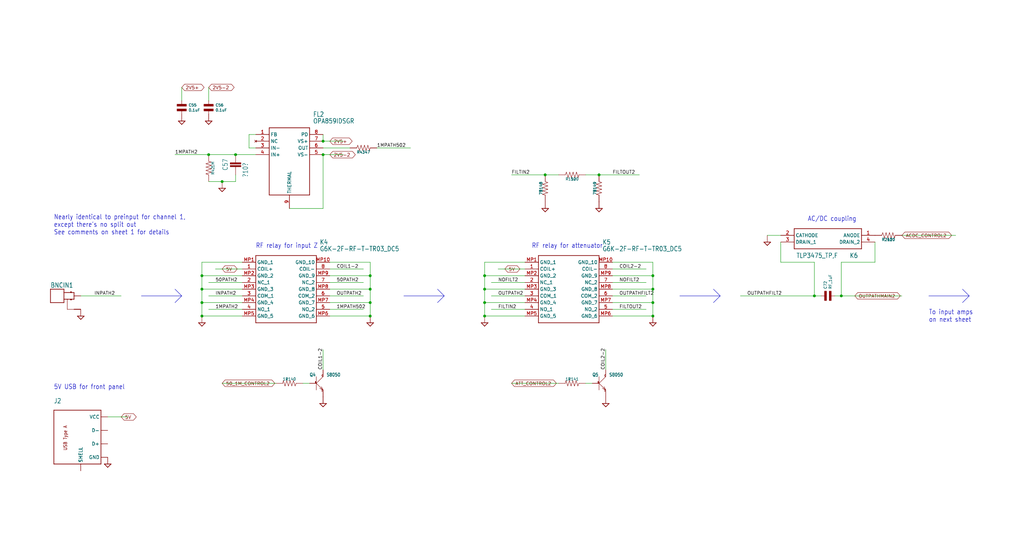
<source format=kicad_sch>
(kicad_sch (version 20231120) (generator "eeschema") (generator_version "8.0")
  (paper "User" 386.436 210.007)
  (lib_symbols
    (symbol "haasoscope_pro_adc_fpga_board-eagle-import:C-EUC0805"
      (property "Reference" "C" (at 1.524 0.381 0))
      (symbol "C-EUC0805_1_0"
        (rectangle (start -2.032 -2.032) (end 2.032 -1.524) (fill (type outline)))
        (rectangle (start -2.032 -1.016) (end 2.032 -0.508) (fill (type outline)))
        (polyline (pts (xy 0 -2.54) (xy 0 -2.032)) (stroke (width 0.1524)))
        (polyline (pts (xy 0 0) (xy 0 -0.508)) (stroke (width 0.1524)))
        (pin passive line (at 0 2.54 270) (length 2.54) (name "1") (number "1"))
        (pin passive line (at 0 -5.08 90) (length 2.54) (name "2") (number "2"))
      )
    )
    (symbol "haasoscope_pro_adc_fpga_board-eagle-import:CAPACITOR_NP_0402"
      (property "Reference" "C" (at 2.54 1.524 0))
      (symbol "CAPACITOR_NP_0402_1_0"
        (rectangle (start -1.778 -1.27) (end 1.778 -0.508) (fill (type outline)))
        (rectangle (start -1.778 0.508) (end 1.778 1.27) (fill (type outline)))
        (polyline (pts (xy 0 -2.54) (xy 0 -1.016)) (stroke (width 0.1524)))
        (polyline (pts (xy 0 2.54) (xy 0 1.016)) (stroke (width 0.1524)))
        (pin passive line (at 0 2.54 270) (length 0) (name "P$1") (number "P$1"))
        (pin passive line (at 0 -2.54 90) (length 0) (name "P$2") (number "P$2"))
      )
    )
    (symbol "haasoscope_pro_adc_fpga_board-eagle-import:G6K-2F-RF-T-TR03_DC5"
      (property "Reference" "K" (at 29.21 7.62 0))
      (symbol "G6K-2F-RF-T-TR03_DC5_1_0"
        (polyline (pts (xy 5.08 2.54) (xy 5.08 -22.86)) (stroke (width 0.254)))
        (polyline (pts (xy 5.08 2.54) (xy 27.94 2.54)) (stroke (width 0.254)))
        (polyline (pts (xy 27.94 -22.86) (xy 5.08 -22.86)) (stroke (width 0.254)))
        (polyline (pts (xy 27.94 -22.86) (xy 27.94 2.54)) (stroke (width 0.254)))
        (pin bidirectional line (at 0 -2.54 0) (length 5.08) (name "COIL+") (number "1"))
        (pin bidirectional line (at 0 -7.62 0) (length 5.08) (name "NC_1") (number "2"))
        (pin bidirectional line (at 0 -12.7 0) (length 5.08) (name "COM_1") (number "3"))
        (pin bidirectional line (at 0 -17.78 0) (length 5.08) (name "NO_1") (number "4"))
        (pin bidirectional line (at 33.02 -17.78 180) (length 5.08) (name "NO_2") (number "5"))
        (pin bidirectional line (at 33.02 -12.7 180) (length 5.08) (name "COM_2") (number "6"))
        (pin bidirectional line (at 33.02 -7.62 180) (length 5.08) (name "NC_2") (number "7"))
        (pin bidirectional line (at 33.02 -2.54 180) (length 5.08) (name "COIL-") (number "8"))
        (pin bidirectional line (at 0 0 0) (length 5.08) (name "GND_1") (number "MP1"))
        (pin bidirectional line (at 33.02 0 180) (length 5.08) (name "GND_10") (number "MP10"))
        (pin bidirectional line (at 0 -5.08 0) (length 5.08) (name "GND_2") (number "MP2"))
        (pin bidirectional line (at 0 -10.16 0) (length 5.08) (name "GND_3") (number "MP3"))
        (pin bidirectional line (at 0 -15.24 0) (length 5.08) (name "GND_4") (number "MP4"))
        (pin bidirectional line (at 0 -20.32 0) (length 5.08) (name "GND_5") (number "MP5"))
        (pin bidirectional line (at 33.02 -20.32 180) (length 5.08) (name "GND_6") (number "MP6"))
        (pin bidirectional line (at 33.02 -15.24 180) (length 5.08) (name "GND_7") (number "MP7"))
        (pin bidirectional line (at 33.02 -10.16 180) (length 5.08) (name "GND_8") (number "MP8"))
        (pin bidirectional line (at 33.02 -5.08 180) (length 5.08) (name "GND_9") (number "MP9"))
      )
    )
    (symbol "haasoscope_pro_adc_fpga_board-eagle-import:MF_Passives_RESISTOR_0402"
      (property "Reference" "R" (at 2.54 1.524 0))
      (symbol "MF_Passives_RESISTOR_0402_1_0"
        (polyline (pts (xy -1.016 -2.286) (xy 0 -2.54)) (stroke (width 0.1524)))
        (polyline (pts (xy -1.016 -1.016) (xy 1.016 -1.651)) (stroke (width 0.1524)))
        (polyline (pts (xy -1.016 0.254) (xy 1.016 -0.381)) (stroke (width 0.1524)))
        (polyline (pts (xy -1.016 1.524) (xy 1.016 0.889)) (stroke (width 0.1524)))
        (polyline (pts (xy 0 2.54) (xy 1.016 2.159)) (stroke (width 0.1524)))
        (polyline (pts (xy 1.016 -1.651) (xy -1.016 -2.286)) (stroke (width 0.1524)))
        (polyline (pts (xy 1.016 -0.381) (xy -1.016 -1.016)) (stroke (width 0.1524)))
        (polyline (pts (xy 1.016 0.889) (xy -1.016 0.254)) (stroke (width 0.1524)))
        (polyline (pts (xy 1.016 2.159) (xy -1.016 1.524)) (stroke (width 0.1524)))
        (pin passive line (at 0 5.08 270) (length 2.54) (name "P$1") (number "P$1"))
        (pin passive line (at 0 -5.08 90) (length 2.54) (name "P$2") (number "P$2"))
      )
    )
    (symbol "haasoscope_pro_adc_fpga_board-eagle-import:MOLEX_BNC_73100-0105"
      (property "Reference" "J" (at -3.81 3.048 0))
      (symbol "MOLEX_BNC_73100-0105_1_0"
        (polyline (pts (xy -3.81 -2.54) (xy 1.27 -2.54)) (stroke (width 0.254)))
        (polyline (pts (xy -3.81 2.54) (xy -3.81 -2.54)) (stroke (width 0.254)))
        (polyline (pts (xy 1.27 -2.54) (xy 1.27 -1.27)) (stroke (width 0.254)))
        (polyline (pts (xy 1.27 -1.27) (xy 2.54 -1.27)) (stroke (width 0.254)))
        (polyline (pts (xy 1.27 1.27) (xy 1.27 -1.27)) (stroke (width 0.254)))
        (polyline (pts (xy 1.27 1.27) (xy 1.27 2.54)) (stroke (width 0.254)))
        (polyline (pts (xy 1.27 2.54) (xy -3.81 2.54)) (stroke (width 0.254)))
        (polyline (pts (xy 2.54 -5.08) (xy 2.54 -1.27)) (stroke (width 0.1524)))
        (polyline (pts (xy 2.54 -1.27) (xy 3.81 -1.27)) (stroke (width 0.254)))
        (polyline (pts (xy 3.81 -1.524) (xy 4.064 -1.524)) (stroke (width 0.254)))
        (polyline (pts (xy 3.81 -1.27) (xy 3.81 -1.524)) (stroke (width 0.254)))
        (polyline (pts (xy 3.81 -1.27) (xy 4.064 -1.27)) (stroke (width 0.254)))
        (polyline (pts (xy 3.81 1.27) (xy 1.27 1.27)) (stroke (width 0.254)))
        (polyline (pts (xy 3.81 1.27) (xy 3.81 1.524)) (stroke (width 0.254)))
        (polyline (pts (xy 3.81 1.524) (xy 4.064 1.524)) (stroke (width 0.254)))
        (polyline (pts (xy 4.064 -1.524) (xy 4.064 -1.27)) (stroke (width 0.254)))
        (polyline (pts (xy 4.064 -1.27) (xy 5.08 -1.27)) (stroke (width 0.254)))
        (polyline (pts (xy 4.064 1.27) (xy 3.81 1.27)) (stroke (width 0.254)))
        (polyline (pts (xy 4.064 1.524) (xy 4.064 1.27)) (stroke (width 0.254)))
        (polyline (pts (xy 5.08 -5.08) (xy 2.54 -5.08)) (stroke (width 0.1524)))
        (polyline (pts (xy 5.08 -1.27) (xy 5.08 1.27)) (stroke (width 0.254)))
        (polyline (pts (xy 5.08 1.27) (xy 4.064 1.27)) (stroke (width 0.254)))
        (pin bidirectional line (at 7.62 -5.08 180) (length 2.54) (name "GND") (number "GND1"))
        (pin bidirectional line (at 7.62 -5.08 180) (length 2.54) (name "GND") (number "GND2"))
        (pin bidirectional line (at 7.62 0 180) (length 2.54) (name "SIGNAL") (number "SIGNAL"))
      )
    )
    (symbol "haasoscope_pro_adc_fpga_board-eagle-import:OPA859IDSGR"
      (property "Reference" "FL" (at 21.59 7.62 0))
      (symbol "OPA859IDSGR_1_0"
        (polyline (pts (xy 5.08 2.54) (xy 5.08 -22.86)) (stroke (width 0.254)))
        (polyline (pts (xy 5.08 2.54) (xy 20.32 2.54)) (stroke (width 0.254)))
        (polyline (pts (xy 20.32 -22.86) (xy 5.08 -22.86)) (stroke (width 0.254)))
        (polyline (pts (xy 20.32 -22.86) (xy 20.32 2.54)) (stroke (width 0.254)))
        (pin input line (at 0 0 0) (length 5.08) (name "FB") (number "1"))
        (pin no_connect line (at 0 -2.54 0) (length 5.08) (name "NC") (number "2"))
        (pin input line (at 0 -5.08 0) (length 5.08) (name "IN-") (number "3"))
        (pin input line (at 0 -7.62 0) (length 5.08) (name "IN+") (number "4"))
        (pin power_in line (at 25.4 -7.62 180) (length 5.08) (name "VS-") (number "5"))
        (pin output line (at 25.4 -5.08 180) (length 5.08) (name "OUT") (number "6"))
        (pin power_in line (at 25.4 -2.54 180) (length 5.08) (name "VS+") (number "7"))
        (pin input line (at 25.4 0 180) (length 5.08) (name "PD") (number "8"))
        (pin bidirectional line (at 12.7 -27.94 90) (length 5.08) (name "THERMAL") (number "9"))
      )
    )
    (symbol "haasoscope_pro_adc_fpga_board-eagle-import:SMD-TRANSISTORS-NPN-25V-500MW-S8050(SOT-23)"
      (property "Reference" "Q" (at -2.54 2.54 0))
      (symbol "SMD-TRANSISTORS-NPN-25V-500MW-S8050(SOT-23)_1_0"
        (polyline (pts (xy 0 -2.54) (xy 0 0)) (stroke (width 0.1524)))
        (polyline (pts (xy 0 0) (xy 0 2.54)) (stroke (width 0.1524)))
        (polyline (pts (xy 0 0) (xy 2.54 -2.54)) (stroke (width 0.1524)))
        (polyline (pts (xy 0 0) (xy 2.54 2.54)) (stroke (width 0.1524)))
        (polyline (pts (xy 2.54 -2.54) (xy 1.27 -1.905)) (stroke (width 0.1524)))
        (polyline (pts (xy 2.54 -2.54) (xy 1.905 -1.27)) (stroke (width 0.1524)))
        (text "B" (at -0.635 0 0) (effects (font (size 0.635 0.5397)) (justify left bottom)))
        (text "C" (at 1.905 2.54 0) (effects (font (size 0.635 0.5397)) (justify left bottom)))
        (text "E" (at 1.905 -3.175 0) (effects (font (size 0.635 0.5397)) (justify left bottom)))
        (pin passive line (at -2.54 0 0) (length 2.54) (name "B") (number "1"))
        (pin passive line (at 2.54 -5.08 90) (length 2.54) (name "E") (number "2"))
        (pin passive line (at 2.54 5.08 270) (length 2.54) (name "C") (number "3"))
      )
    )
    (symbol "haasoscope_pro_adc_fpga_board-eagle-import:TLP3475_TP,F"
      (property "Reference" "K" (at 31.75 7.62 0))
      (symbol "TLP3475_TP,F_1_0"
        (polyline (pts (xy 5.08 2.54) (xy 5.08 -5.08)) (stroke (width 0.254)))
        (polyline (pts (xy 5.08 2.54) (xy 30.48 2.54)) (stroke (width 0.254)))
        (polyline (pts (xy 30.48 -5.08) (xy 5.08 -5.08)) (stroke (width 0.254)))
        (polyline (pts (xy 30.48 -5.08) (xy 30.48 2.54)) (stroke (width 0.254)))
        (pin bidirectional line (at 0 -2.54 0) (length 5.08) (name "ANODE") (number "1"))
        (pin bidirectional line (at 35.56 -2.54 180) (length 5.08) (name "CATHODE") (number "2"))
        (pin bidirectional line (at 35.56 0 180) (length 5.08) (name "DRAIN_1") (number "3"))
        (pin bidirectional line (at 0 0 0) (length 5.08) (name "DRAIN_2") (number "4"))
      )
    )
    (symbol "haasoscope_pro_adc_fpga_board-eagle-import:USB-TYPE-ATHT-RA"
      (symbol "USB-TYPE-ATHT-RA_1_0"
        (polyline (pts (xy -12.7 -10.16) (xy 5.08 -10.16)) (stroke (width 0.254)))
        (polyline (pts (xy -12.7 10.16) (xy -12.7 -10.16)) (stroke (width 0.254)))
        (polyline (pts (xy 5.08 -10.16) (xy 5.08 10.16)) (stroke (width 0.254)))
        (polyline (pts (xy 5.08 10.16) (xy -12.7 10.16)) (stroke (width 0.254)))
        (text "USB Type A" (at -7.62 -5.08 900) (effects (font (size 1.27 1.0795)) (justify left bottom)))
        (pin power_in line (at 7.62 7.62 180) (length 2.54) (name "VCC") (number "P$1"))
        (pin bidirectional line (at 7.62 2.54 180) (length 2.54) (name "D-") (number "P$2"))
        (pin bidirectional line (at 7.62 -2.54 180) (length 2.54) (name "D+") (number "P$3"))
        (pin power_in line (at 7.62 -7.62 180) (length 2.54) (name "GND") (number "P$4"))
        (pin bidirectional line (at -2.54 -12.7 90) (length 2.54) (name "SHELL") (number "S$1"))
        (pin bidirectional line (at -2.54 -12.7 90) (length 2.54) (name "SHELL") (number "S$2"))
      )
    )
    (symbol "haasoscope_pro_adc_fpga_board-eagle-import:supply2_GND" (power)
      (symbol "supply2_GND_1_0"
        (polyline (pts (xy -1.27 0) (xy 1.27 0)) (stroke (width 0.254)))
        (polyline (pts (xy 0 -1.27) (xy -1.27 0)) (stroke (width 0.254)))
        (polyline (pts (xy 1.27 0) (xy 0 -1.27)) (stroke (width 0.254)))
        (pin power_in line (at 0 2.54 270) (length 2.54) (name "GND") (number "1"))
      )
    )
  )
  (junction (at 83.82 68.58))
  (junction (at 139.7 104.14))
  (junction (at 139.7 109.22))
  (junction (at 76.2 104.14))
  (junction (at 121.92 58.42))
  (junction (at 246.38 104.14))
  (junction (at 182.88 114.3))
  (junction (at 205.74 66.04))
  (junction (at 76.2 119.38))
  (junction (at 307.34 111.76))
  (junction (at 246.38 114.3))
  (junction (at 139.7 119.38))
  (junction (at 246.38 109.22))
  (junction (at 226.06 66.04))
  (junction (at 246.38 119.38))
  (junction (at 78.74 58.42))
  (junction (at 182.88 109.22))
  (junction (at 76.2 109.22))
  (junction (at 88.9 58.42))
  (junction (at 121.92 53.34))
  (junction (at 317.5 111.76))
  (junction (at 182.88 119.38))
  (junction (at 182.88 104.14))
  (junction (at 139.7 114.3))
  (junction (at 76.2 114.3))
  (wire (pts (xy 182.88 114.3) (xy 182.88 109.22)) (stroke (width 0.1524)))
  (polyline (pts (xy 68.58 111.76) (xy 66.04 114.3)) (stroke (width 0.1524) (type solid)))
  (wire (pts (xy 78.74 58.42) (xy 88.9 58.42)) (stroke (width 0.1524)))
  (polyline (pts (xy 53.34 111.76) (xy 68.58 111.76)) (stroke (width 0.1524) (type solid)))
  (wire (pts (xy 124.46 106.68) (xy 137.16 106.68)) (stroke (width 0.1524)))
  (polyline (pts (xy 256.54 111.76) (xy 271.78 111.76)) (stroke (width 0.1524) (type solid)))
  (wire (pts (xy 231.14 119.38) (xy 246.38 119.38)) (stroke (width 0.1524)))
  (wire (pts (xy 246.38 104.14) (xy 246.38 99.06)) (stroke (width 0.1524)))
  (wire (pts (xy 121.92 53.34) (xy 129.54 53.34)) (stroke (width 0.1524)))
  (wire (pts (xy 76.2 99.06) (xy 76.2 104.14)) (stroke (width 0.1524)))
  (wire (pts (xy 76.2 119.38) (xy 76.2 114.3)) (stroke (width 0.1524)))
  (wire (pts (xy 289.56 88.9) (xy 294.64 88.9)) (stroke (width 0.1524)))
  (wire (pts (xy 246.38 99.06) (xy 231.14 99.06)) (stroke (width 0.1524)))
  (wire (pts (xy 109.22 78.74) (xy 121.92 78.74)) (stroke (width 0.1524)))
  (wire (pts (xy 330.2 99.06) (xy 330.2 91.44)) (stroke (width 0.1524)))
  (wire (pts (xy 91.44 106.68) (xy 78.74 106.68)) (stroke (width 0.1524)))
  (wire (pts (xy 307.34 111.76) (xy 279.4 111.76)) (stroke (width 0.1524)))
  (wire (pts (xy 129.54 58.42) (xy 121.92 58.42)) (stroke (width 0.1524)))
  (wire (pts (xy 198.12 116.84) (xy 185.42 116.84)) (stroke (width 0.1524)))
  (wire (pts (xy 30.48 111.76) (xy 45.72 111.76)) (stroke (width 0.1524)))
  (wire (pts (xy 182.88 104.14) (xy 182.88 109.22)) (stroke (width 0.1524)))
  (polyline (pts (xy 66.04 109.22) (xy 68.58 111.76)) (stroke (width 0.1524) (type solid)))
  (polyline (pts (xy 363.22 109.22) (xy 365.76 111.76)) (stroke (width 0.1524) (type solid)))
  (wire (pts (xy 307.34 99.06) (xy 294.64 99.06)) (stroke (width 0.1524)))
  (wire (pts (xy 76.2 104.14) (xy 76.2 109.22)) (stroke (width 0.1524)))
  (wire (pts (xy 307.34 111.76) (xy 307.34 99.06)) (stroke (width 0.1524)))
  (wire (pts (xy 124.46 101.6) (xy 137.16 101.6)) (stroke (width 0.1524)))
  (polyline (pts (xy 152.4 111.76) (xy 167.64 111.76)) (stroke (width 0.1524) (type solid)))
  (wire (pts (xy 198.12 101.6) (xy 187.96 101.6)) (stroke (width 0.1524)))
  (wire (pts (xy 294.64 91.44) (xy 294.64 99.06)) (stroke (width 0.1524)))
  (wire (pts (xy 198.12 106.68) (xy 185.42 106.68)) (stroke (width 0.1524)))
  (wire (pts (xy 231.14 106.68) (xy 243.84 106.68)) (stroke (width 0.1524)))
  (polyline (pts (xy 165.1 109.22) (xy 167.64 111.76)) (stroke (width 0.1524) (type solid)))
  (wire (pts (xy 93.98 55.88) (xy 96.52 55.88)) (stroke (width 0.1524)))
  (wire (pts (xy 210.82 66.04) (xy 205.74 66.04)) (stroke (width 0.1524)))
  (wire (pts (xy 228.6 139.7) (xy 228.6 132.08)) (stroke (width 0.1524)))
  (wire (pts (xy 124.46 109.22) (xy 139.7 109.22)) (stroke (width 0.1524)))
  (wire (pts (xy 124.46 116.84) (xy 137.16 116.84)) (stroke (width 0.1524)))
  (polyline (pts (xy 271.78 111.76) (xy 269.24 114.3)) (stroke (width 0.1524) (type solid)))
  (wire (pts (xy 76.2 119.38) (xy 91.44 119.38)) (stroke (width 0.1524)))
  (wire (pts (xy 231.14 109.22) (xy 246.38 109.22)) (stroke (width 0.1524)))
  (wire (pts (xy 139.7 99.06) (xy 124.46 99.06)) (stroke (width 0.1524)))
  (wire (pts (xy 76.2 114.3) (xy 91.44 114.3)) (stroke (width 0.1524)))
  (polyline (pts (xy 350.52 111.76) (xy 365.76 111.76)) (stroke (width 0.1524) (type solid)))
  (wire (pts (xy 104.14 144.78) (xy 83.82 144.78)) (stroke (width 0.1524)))
  (wire (pts (xy 124.46 114.3) (xy 139.7 114.3)) (stroke (width 0.1524)))
  (polyline (pts (xy 365.76 111.76) (xy 363.22 114.3)) (stroke (width 0.1524) (type solid)))
  (wire (pts (xy 205.74 66.04) (xy 193.04 66.04)) (stroke (width 0.1524)))
  (wire (pts (xy 246.38 109.22) (xy 246.38 104.14)) (stroke (width 0.1524)))
  (wire (pts (xy 78.74 38.1) (xy 78.74 33.02)) (stroke (width 0.1524)))
  (wire (pts (xy 231.14 111.76) (xy 243.84 111.76)) (stroke (width 0.1524)))
  (wire (pts (xy 91.44 111.76) (xy 78.74 111.76)) (stroke (width 0.1524)))
  (wire (pts (xy 210.82 144.78) (xy 193.04 144.78)) (stroke (width 0.1524)))
  (wire (pts (xy 91.44 104.14) (xy 76.2 104.14)) (stroke (width 0.1524)))
  (wire (pts (xy 231.14 101.6) (xy 243.84 101.6)) (stroke (width 0.1524)))
  (wire (pts (xy 40.64 157.48) (xy 48.26 157.48)) (stroke (width 0.1524)))
  (wire (pts (xy 226.06 66.04) (xy 241.3 66.04)) (stroke (width 0.1524)))
  (wire (pts (xy 231.14 116.84) (xy 243.84 116.84)) (stroke (width 0.1524)))
  (wire (pts (xy 182.88 109.22) (xy 198.12 109.22)) (stroke (width 0.1524)))
  (wire (pts (xy 246.38 109.22) (xy 246.38 114.3)) (stroke (width 0.1524)))
  (polyline (pts (xy 167.64 111.76) (xy 165.1 114.3)) (stroke (width 0.1524) (type solid)))
  (wire (pts (xy 139.7 109.22) (xy 139.7 104.14)) (stroke (width 0.1524)))
  (polyline (pts (xy 269.24 109.22) (xy 271.78 111.76)) (stroke (width 0.1524) (type solid)))
  (wire (pts (xy 88.9 66.04) (xy 88.9 68.58)) (stroke (width 0.1524)))
  (wire (pts (xy 220.98 144.78) (xy 223.52 144.78)) (stroke (width 0.1524)))
  (wire (pts (xy 246.38 114.3) (xy 246.38 119.38)) (stroke (width 0.1524)))
  (wire (pts (xy 121.92 50.8) (xy 121.92 53.34)) (stroke (width 0.1524)))
  (wire (pts (xy 182.88 119.38) (xy 198.12 119.38)) (stroke (width 0.1524)))
  (wire (pts (xy 121.92 139.7) (xy 121.92 132.08)) (stroke (width 0.1524)))
  (wire (pts (xy 182.88 99.06) (xy 182.88 104.14)) (stroke (width 0.1524)))
  (wire (pts (xy 198.12 111.76) (xy 185.42 111.76)) (stroke (width 0.1524)))
  (wire (pts (xy 91.44 116.84) (xy 78.74 116.84)) (stroke (width 0.1524)))
  (wire (pts (xy 114.3 144.78) (xy 116.84 144.78)) (stroke (width 0.1524)))
  (wire (pts (xy 88.9 68.58) (xy 83.82 68.58)) (stroke (width 0.1524)))
  (wire (pts (xy 139.7 104.14) (xy 124.46 104.14)) (stroke (width 0.1524)))
  (wire (pts (xy 124.46 119.38) (xy 139.7 119.38)) (stroke (width 0.1524)))
  (wire (pts (xy 231.14 114.3) (xy 246.38 114.3)) (stroke (width 0.1524)))
  (wire (pts (xy 182.88 119.38) (xy 182.88 114.3)) (stroke (width 0.1524)))
  (wire (pts (xy 76.2 114.3) (xy 76.2 109.22)) (stroke (width 0.1524)))
  (wire (pts (xy 76.2 109.22) (xy 91.44 109.22)) (stroke (width 0.1524)))
  (wire (pts (xy 66.04 58.42) (xy 78.74 58.42)) (stroke (width 0.1524)))
  (wire (pts (xy 121.92 55.88) (xy 132.08 55.88)) (stroke (width 0.1524)))
  (wire (pts (xy 139.7 109.22) (xy 139.7 114.3)) (stroke (width 0.1524)))
  (wire (pts (xy 124.46 111.76) (xy 137.16 111.76)) (stroke (width 0.1524)))
  (wire (pts (xy 198.12 104.14) (xy 182.88 104.14)) (stroke (width 0.1524)))
  (wire (pts (xy 96.52 58.42) (xy 88.9 58.42)) (stroke (width 0.1524)))
  (wire (pts (xy 142.24 55.88) (xy 154.94 55.88)) (stroke (width 0.1524)))
  (wire (pts (xy 182.88 114.3) (xy 198.12 114.3)) (stroke (width 0.1524)))
  (wire (pts (xy 91.44 99.06) (xy 76.2 99.06)) (stroke (width 0.1524)))
  (wire (pts (xy 83.82 68.58) (xy 78.74 68.58)) (stroke (width 0.1524)))
  (wire (pts (xy 139.7 104.14) (xy 139.7 99.06)) (stroke (width 0.1524)))
  (wire (pts (xy 198.12 99.06) (xy 182.88 99.06)) (stroke (width 0.1524)))
  (wire (pts (xy 314.96 111.76) (xy 317.5 111.76)) (stroke (width 0.1524)))
  (wire (pts (xy 139.7 114.3) (xy 139.7 119.38)) (stroke (width 0.1524)))
  (wire (pts (xy 309.88 111.76) (xy 307.34 111.76)) (stroke (width 0.1524)))
  (wire (pts (xy 121.92 78.74) (xy 121.92 58.42)) (stroke (width 0.1524)))
  (wire (pts (xy 91.44 101.6) (xy 81.28 101.6)) (stroke (width 0.1524)))
  (wire (pts (xy 317.5 111.76) (xy 317.5 99.06)) (stroke (width 0.1524)))
  (wire (pts (xy 68.58 38.1) (xy 68.58 33.02)) (stroke (width 0.1524)))
  (wire (pts (xy 96.52 50.8) (xy 93.98 50.8)) (stroke (width 0.1524)))
  (wire (pts (xy 317.5 111.76) (xy 340.36 111.76)) (stroke (width 0.1524)))
  (wire (pts (xy 246.38 104.14) (xy 231.14 104.14)) (stroke (width 0.1524)))
  (wire (pts (xy 220.98 66.04) (xy 226.06 66.04)) (stroke (width 0.1524)))
  (wire (pts (xy 317.5 99.06) (xy 330.2 99.06)) (stroke (width 0.1524)))
  (wire (pts (xy 360.68 88.9) (xy 340.36 88.9)) (stroke (width 0.1524)))
  (wire (pts (xy 93.98 50.8) (xy 93.98 55.88)) (stroke (width 0.1524)))
  (text "RF relay for input Z" (at 96.52 93.98 0) (effects (font (size 1.778 1.5113)) (justify left bottom)))
  (text "5V USB for front panel" (at 20.32 147.32 0) (effects (font (size 1.778 1.5113)) (justify left bottom)))
  (text "Nearly identical to preinput for channel 1,\nexcept there's no split out\nSee comments on sheet 1 for details" (at 20.32 88.9 0) (effects (font (size 1.778 1.5113)) (justify left bottom)))
  (text "AC/DC coupling" (at 304.8 83.82 0) (effects (font (size 1.778 1.5113)) (justify left bottom)))
  (text "RF relay for attenuator" (at 200.66 93.98 0) (effects (font (size 1.778 1.5113)) (justify left bottom)))
  (text "To input amps\non next sheet" (at 350.52 121.92 0) (effects (font (size 1.778 1.5113)) (justify left bottom)))
  (label "OUTPATHFILT2" (at 233.68 111.76 0) (effects (font (size 1.2446 1.2446))))
  (label "INPATH2" (at 81.28 111.76 0) (effects (font (size 1.2446 1.2446))))
  (label "50PATH2" (at 81.28 106.68 0) (effects (font (size 1.2446 1.2446))))
  (label "FILTOUT2" (at 233.68 116.84 0) (effects (font (size 1.2446 1.2446))))
  (label "NOFILT2" (at 233.68 106.68 0) (effects (font (size 1.2446 1.2446))))
  (label "FILTOUT2" (at 231.14 66.04 0) (effects (font (size 1.2446 1.2446))))
  (label "1MPATH2" (at 81.28 116.84 0) (effects (font (size 1.2446 1.2446))))
  (label "INPATH2" (at 35.56 111.76 0) (effects (font (size 1.2446 1.2446))))
  (label "OUTPATH2" (at 187.96 111.76 0) (effects (font (size 1.2446 1.2446))))
  (label "FILTIN2" (at 193.04 66.04 0) (effects (font (size 1.2446 1.2446))))
  (label "1MPATH502" (at 127 116.84 0) (effects (font (size 1.2446 1.2446))))
  (label "NOFILT2" (at 187.96 106.68 0) (effects (font (size 1.2446 1.2446))))
  (label "FILTIN2" (at 187.96 116.84 0) (effects (font (size 1.2446 1.2446))))
  (label "COIL2-2" (at 233.68 101.6 0) (effects (font (size 1.2446 1.2446))))
  (label "1MPATH502" (at 142.24 55.88 0) (effects (font (size 1.2446 1.2446))))
  (label "COIL2-2" (at 228.6 139.7 90) (effects (font (size 1.2446 1.2446))))
  (label "50PATH2" (at 127 106.68 0) (effects (font (size 1.2446 1.2446))))
  (label "OUTPATHFILT2" (at 281.94 111.76 0) (effects (font (size 1.2446 1.2446))))
  (label "COIL1-2" (at 127 101.6 0) (effects (font (size 1.2446 1.2446))))
  (label "COIL1-2" (at 121.92 139.7 90) (effects (font (size 1.2446 1.2446))))
  (label "OUTPATH2" (at 127 111.76 0) (effects (font (size 1.2446 1.2446))))
  (label "1MPATH2" (at 66.04 58.42 0) (effects (font (size 1.2446 1.2446))))
  (global_label "2V5-2" (shape bidirectional) (at 124.46 58.42 0) (effects (font (size 1.2446 1.2446))) (property "Intersheetrefs" "${INTERSHEET_REFS}" (effects (hide yes))))
  (global_label "5V" (shape bidirectional) (at 45.72 157.48 0) (effects (font (size 1.2446 1.2446))) (property "Intersheetrefs" "${INTERSHEET_REFS}" (effects (hide yes))))
  (global_label "ATT_CONTROL2" (shape bidirectional) (at 193.04 144.78 0) (effects (font (size 1.2446 1.2446))) (property "Intersheetrefs" "${INTERSHEET_REFS}" (effects (hide yes))))
  (global_label "OUTPATHMAIN2" (shape bidirectional) (at 322.58 111.76 0) (effects (font (size 1.2446 1.2446))) (property "Intersheetrefs" "${INTERSHEET_REFS}" (effects (hide yes))))
  (global_label "ACDC_CONTROL2" (shape bidirectional) (at 340.36 88.9 0) (effects (font (size 1.2446 1.2446))) (property "Intersheetrefs" "${INTERSHEET_REFS}" (effects (hide yes))))
  (global_label "2V5+" (shape bidirectional) (at 124.46 53.34 0) (effects (font (size 1.2446 1.2446))) (property "Intersheetrefs" "${INTERSHEET_REFS}" (effects (hide yes))))
  (global_label "2V5+" (shape bidirectional) (at 68.58 33.02 0) (effects (font (size 1.2446 1.2446))) (property "Intersheetrefs" "${INTERSHEET_REFS}" (effects (hide yes))))
  (global_label "50_1M_CONTROL2" (shape bidirectional) (at 83.82 144.78 0) (effects (font (size 1.2446 1.2446))) (property "Intersheetrefs" "${INTERSHEET_REFS}" (effects (hide yes))))
  (global_label "5V" (shape bidirectional) (at 190.5 101.6 0) (effects (font (size 1.2446 1.2446))) (property "Intersheetrefs" "${INTERSHEET_REFS}" (effects (hide yes))))
  (global_label "2V5-2" (shape bidirectional) (at 78.74 33.02 0) (effects (font (size 1.2446 1.2446))) (property "Intersheetrefs" "${INTERSHEET_REFS}" (effects (hide yes))))
  (global_label "5V" (shape bidirectional) (at 83.82 101.6 0) (effects (font (size 1.2446 1.2446))) (property "Intersheetrefs" "${INTERSHEET_REFS}" (effects (hide yes))))
  (symbol (lib_id "haasoscope_pro_adc_fpga_board-eagle-import:supply2_GND") (at 78.74 45.72 0) (unit 1)
    (property "Reference" "#SUPPLY026" (effects (hide yes)))
    (property "Value" "GND" (effects (hide yes)))
  )
  (symbol (lib_id "haasoscope_pro_adc_fpga_board-eagle-import:G6K-2F-RF-T-TR03_DC5") (at 91.44 99.06 0) (unit 1)
    (property "Reference" "K4" (at 120.65 91.44 0) (effects (font (size 1.778 1.5113)) (justify left)))
    (property "Value" "G6K-2F-RF-T-TR03_DC5" (at 120.65 93.98 0) (effects (font (size 1.778 1.5113)) (justify left)))
    (property "Footprint" "haasoscope_pro_adc_fpga_board:G6K2FRFTTR03DC5" (effects (hide yes)))
  )
  (symbol (lib_id "haasoscope_pro_adc_fpga_board-eagle-import:SMD-TRANSISTORS-NPN-25V-500MW-S8050(SOT-23)") (at 226.06 144.78 0) (unit 1)
    (property "Reference" "Q5" (at 223.52 142.24 0) (effects (font (size 1.27 1.0795)) (justify left bottom)))
    (property "Value" "S8050" (at 229.87 142.24 0) (effects (font (size 1.27 1.0795)) (justify left bottom)))
    (property "Footprint" "haasoscope_pro_adc_fpga_board:SOT-23" (effects (hide yes)))
    (property "LCSC" "C7420370" (effects (hide yes)))
  )
  (symbol (lib_id "haasoscope_pro_adc_fpga_board-eagle-import:USB-TYPE-ATHT-RA") (at 33.02 165.1 0) (unit 1)
    (property "Reference" "J2" (at 20.32 152.4 0) (effects (font (size 1.778 1.5113)) (justify left bottom)))
    (property "Value" "test1" (effects (hide yes)))
    (property "Footprint" "haasoscope_pro_adc_fpga_board:USB-2.0-A-THT-RA-TE_AMP-292303-1" (effects (hide yes)))
  )
  (symbol (lib_id "haasoscope_pro_adc_fpga_board-eagle-import:MOLEX_BNC_73100-0105") (at 22.86 111.76 0) (unit 1)
    (property "Reference" "BNCIN1" (at 19.05 108.712 0) (effects (font (size 1.778 1.5113)) (justify left bottom)))
    (property "Value" "MOLEX_BNC_73100-0105" (effects (hide yes)))
    (property "Footprint" "haasoscope_pro_adc_fpga_board:MOLEX-BNC-73100-0105" (effects (hide yes)))
    (property "MPN" "73100-0105" (effects (hide yes)))
  )
  (symbol (lib_id "haasoscope_pro_adc_fpga_board-eagle-import:SMD-TRANSISTORS-NPN-25V-500MW-S8050(SOT-23)") (at 119.38 144.78 0) (unit 1)
    (property "Reference" "Q4" (at 116.84 142.24 0) (effects (font (size 1.27 1.0795)) (justify left bottom)))
    (property "Value" "S8050" (at 123.19 142.24 0) (effects (font (size 1.27 1.0795)) (justify left bottom)))
    (property "Footprint" "haasoscope_pro_adc_fpga_board:SOT-23" (effects (hide yes)))
    (property "LCSC" "C7420370" (effects (hide yes)))
  )
  (symbol (lib_id "haasoscope_pro_adc_fpga_board-eagle-import:MF_Passives_RESISTOR_0402") (at 226.06 71.12 0) (unit 1)
    (property "Reference" "R149" (at 225.044 68.58 90) (effects (font (size 1.016 1.016)) (justify right bottom)))
    (property "Value" "75" (at 225.044 73.66 90) (effects (font (size 1.016 1.016)) (justify left bottom)))
    (property "Footprint" "haasoscope_pro_adc_fpga_board:R0402" (effects (hide yes)))
  )
  (symbol (lib_id "haasoscope_pro_adc_fpga_board-eagle-import:supply2_GND") (at 246.38 121.92 0) (unit 1)
    (property "Reference" "#SUPPLY018" (effects (hide yes)))
    (property "Value" "GND" (effects (hide yes)))
  )
  (symbol (lib_id "haasoscope_pro_adc_fpga_board-eagle-import:C-EUC0805") (at 88.9 63.5 180) (unit 1)
    (property "Reference" "C57" (at 85.979 64.516 90) (effects (font (size 1.778 1.5113)) (justify right top)))
    (property "Value" "?10?" (at 93.599 67.056 90) (effects (font (size 1.778 1.5113)) (justify right top)))
    (property "Footprint" "haasoscope_pro_adc_fpga_board:C0805" (effects (hide yes)))
  )
  (symbol (lib_id "haasoscope_pro_adc_fpga_board-eagle-import:TLP3475_TP,F") (at 330.2 91.44 180) (unit 1)
    (property "Reference" "K6" (at 323.85 96.52 0) (effects (font (size 1.778 1.5113)) (justify left)))
    (property "Value" "TLP3475_TP,F" (at 316.23 96.52 0) (effects (font (size 1.778 1.5113)) (justify left)))
    (property "Footprint" "haasoscope_pro_adc_fpga_board:TLP3475TPF" (effects (hide yes)))
    (property "MANUFACTURER_PART_NUMBER" "TLP3475" (effects (hide yes)))
    (property "MOUSER_PART_NUMBER" "757-TLP3475" (effects (hide yes)))
  )
  (symbol (lib_id "haasoscope_pro_adc_fpga_board-eagle-import:supply2_GND") (at 121.92 152.4 0) (unit 1)
    (property "Reference" "#SUPPLY049" (effects (hide yes)))
    (property "Value" "GND" (effects (hide yes)))
  )
  (symbol (lib_id "haasoscope_pro_adc_fpga_board-eagle-import:supply2_GND") (at 68.58 45.72 0) (unit 1)
    (property "Reference" "#SUPPLY029" (effects (hide yes)))
    (property "Value" "GND" (effects (hide yes)))
  )
  (symbol (lib_id "haasoscope_pro_adc_fpga_board-eagle-import:supply2_GND") (at 205.74 78.74 0) (unit 1)
    (property "Reference" "#SUPPLY054" (effects (hide yes)))
    (property "Value" "GND" (effects (hide yes)))
  )
  (symbol (lib_id "haasoscope_pro_adc_fpga_board-eagle-import:supply2_GND") (at 76.2 121.92 0) (unit 1)
    (property "Reference" "#SUPPLY015" (effects (hide yes)))
    (property "Value" "GND" (effects (hide yes)))
  )
  (symbol (lib_id "haasoscope_pro_adc_fpga_board-eagle-import:MF_Passives_RESISTOR_0402") (at 78.74 63.5 180) (unit 1)
    (property "Reference" "R42" (at 79.756 66.04 90) (effects (font (size 1.016 1.016)) (justify right bottom)))
    (property "Value" "1M" (at 79.756 60.96 90) (effects (font (size 1.016 1.016)) (justify left bottom)))
    (property "Footprint" "haasoscope_pro_adc_fpga_board:R0402" (effects (hide yes)))
  )
  (symbol (lib_id "haasoscope_pro_adc_fpga_board-eagle-import:CAPACITOR_NP_0402") (at 78.74 40.64 0) (unit 1)
    (property "Reference" "C56" (at 81.28 39.116 0) (effects (font (size 1.016 1.016)) (justify left top)))
    (property "Value" "0.1uF" (at 81.28 42.164 0) (effects (font (size 1.016 1.016)) (justify left bottom)))
    (property "Footprint" "haasoscope_pro_adc_fpga_board:C0402" (effects (hide yes)))
  )
  (symbol (lib_id "haasoscope_pro_adc_fpga_board-eagle-import:G6K-2F-RF-T-TR03_DC5") (at 198.12 99.06 0) (unit 1)
    (property "Reference" "K5" (at 227.33 91.44 0) (effects (font (size 1.778 1.5113)) (justify left)))
    (property "Value" "G6K-2F-RF-T-TR03_DC5" (at 227.33 93.98 0) (effects (font (size 1.778 1.5113)) (justify left)))
    (property "Footprint" "haasoscope_pro_adc_fpga_board:G6K2FRFTTR03DC5" (effects (hide yes)))
  )
  (symbol (lib_id "haasoscope_pro_adc_fpga_board-eagle-import:supply2_GND") (at 182.88 121.92 0) (unit 1)
    (property "Reference" "#SUPPLY017" (effects (hide yes)))
    (property "Value" "GND" (effects (hide yes)))
  )
  (symbol (lib_id "haasoscope_pro_adc_fpga_board-eagle-import:MF_Passives_RESISTOR_0402") (at 335.28 88.9 90) (unit 1)
    (property "Reference" "R241" (at 332.74 89.916 90) (effects (font (size 1.016 1.016)) (justify right bottom)))
    (property "Value" "120" (at 337.82 89.916 90) (effects (font (size 1.016 1.016)) (justify left bottom)))
    (property "Footprint" "haasoscope_pro_adc_fpga_board:R0402" (effects (hide yes)))
  )
  (symbol (lib_id "haasoscope_pro_adc_fpga_board-eagle-import:MF_Passives_RESISTOR_0402") (at 109.22 144.78 270) (unit 1)
    (property "Reference" "R140" (at 111.76 143.764 90) (effects (font (size 1.016 1.016)) (justify right bottom)))
    (property "Value" "1k" (at 106.68 143.764 90) (effects (font (size 1.016 1.016)) (justify left bottom)))
    (property "Footprint" "haasoscope_pro_adc_fpga_board:R0402" (effects (hide yes)))
  )
  (symbol (lib_id "haasoscope_pro_adc_fpga_board-eagle-import:supply2_GND") (at 40.64 175.26 0) (unit 1)
    (property "Reference" "#SUPPLY060" (effects (hide yes)))
    (property "Value" "GND" (effects (hide yes)))
  )
  (symbol (lib_id "haasoscope_pro_adc_fpga_board-eagle-import:MF_Passives_RESISTOR_0402") (at 215.9 66.04 90) (unit 1)
    (property "Reference" "R150" (at 213.36 67.056 90) (effects (font (size 1.016 1.016)) (justify right bottom)))
    (property "Value" "120" (at 218.44 67.056 90) (effects (font (size 1.016 1.016)) (justify left bottom)))
    (property "Footprint" "haasoscope_pro_adc_fpga_board:R0402" (effects (hide yes)))
  )
  (symbol (lib_id "haasoscope_pro_adc_fpga_board-eagle-import:supply2_GND") (at 228.6 152.4 0) (unit 1)
    (property "Reference" "#SUPPLY052" (effects (hide yes)))
    (property "Value" "GND" (effects (hide yes)))
  )
  (symbol (lib_id "haasoscope_pro_adc_fpga_board-eagle-import:supply2_GND") (at 83.82 71.12 0) (mirror y) (unit 1)
    (property "Reference" "#SUPPLY030" (effects (hide yes)))
    (property "Value" "GND" (effects (hide yes)))
  )
  (symbol (lib_id "haasoscope_pro_adc_fpga_board-eagle-import:MF_Passives_RESISTOR_0402") (at 137.16 55.88 90) (unit 1)
    (property "Reference" "R43" (at 134.62 56.896 90) (effects (font (size 1.016 1.016)) (justify right bottom)))
    (property "Value" "47" (at 139.7 56.896 90) (effects (font (size 1.016 1.016)) (justify left bottom)))
    (property "Footprint" "haasoscope_pro_adc_fpga_board:R0402" (effects (hide yes)))
  )
  (symbol (lib_id "haasoscope_pro_adc_fpga_board-eagle-import:supply2_GND") (at 139.7 121.92 0) (unit 1)
    (property "Reference" "#SUPPLY016" (effects (hide yes)))
    (property "Value" "GND" (effects (hide yes)))
  )
  (symbol (lib_id "haasoscope_pro_adc_fpga_board-eagle-import:supply2_GND") (at 30.48 119.38 0) (mirror y) (unit 1)
    (property "Reference" "#SUPPLY032" (effects (hide yes)))
    (property "Value" "GND" (effects (hide yes)))
  )
  (symbol (lib_id "haasoscope_pro_adc_fpga_board-eagle-import:MF_Passives_RESISTOR_0402") (at 205.74 71.12 0) (unit 1)
    (property "Reference" "R148" (at 204.724 68.58 90) (effects (font (size 1.016 1.016)) (justify right bottom)))
    (property "Value" "75" (at 204.724 73.66 90) (effects (font (size 1.016 1.016)) (justify left bottom)))
    (property "Footprint" "haasoscope_pro_adc_fpga_board:R0402" (effects (hide yes)))
  )
  (symbol (lib_id "haasoscope_pro_adc_fpga_board-eagle-import:CAPACITOR_NP_0402") (at 68.58 40.64 0) (unit 1)
    (property "Reference" "C55" (at 71.12 39.116 0) (effects (font (size 1.016 1.016)) (justify left top)))
    (property "Value" "0.1uF" (at 71.12 42.164 0) (effects (font (size 1.016 1.016)) (justify left bottom)))
    (property "Footprint" "haasoscope_pro_adc_fpga_board:C0402" (effects (hide yes)))
  )
  (symbol (lib_id "haasoscope_pro_adc_fpga_board-eagle-import:MF_Passives_RESISTOR_0402") (at 215.9 144.78 270) (unit 1)
    (property "Reference" "R141" (at 218.44 143.764 90) (effects (font (size 1.016 1.016)) (justify right bottom)))
    (property "Value" "1k" (at 213.36 143.764 90) (effects (font (size 1.016 1.016)) (justify left bottom)))
    (property "Footprint" "haasoscope_pro_adc_fpga_board:R0402" (effects (hide yes)))
  )
  (symbol (lib_id "haasoscope_pro_adc_fpga_board-eagle-import:supply2_GND") (at 226.06 78.74 0) (unit 1)
    (property "Reference" "#SUPPLY055" (effects (hide yes)))
    (property "Value" "GND" (effects (hide yes)))
  )
  (symbol (lib_id "haasoscope_pro_adc_fpga_board-eagle-import:OPA859IDSGR") (at 96.52 50.8 0) (unit 1)
    (property "Reference" "FL2" (at 118.11 43.18 0) (effects (font (size 1.778 1.5113)) (justify left)))
    (property "Value" "OPA859IDSGR" (at 118.11 45.72 0) (effects (font (size 1.778 1.5113)) (justify left)))
    (property "Footprint" "haasoscope_pro_adc_fpga_board:SON50P200X200X80-9N" (effects (hide yes)))
  )
  (symbol (lib_id "haasoscope_pro_adc_fpga_board-eagle-import:CAPACITOR_NP_0402") (at 312.42 111.76 90) (unit 1)
    (property "Reference" "C72" (at 310.896 109.22 0) (effects (font (size 1.016 1.016)) (justify left top)))
    (property "Value" "RF_1uF" (at 313.944 109.22 0) (effects (font (size 1.016 1.016)) (justify left bottom)))
    (property "Footprint" "haasoscope_pro_adc_fpga_board:C0402" (effects (hide yes)))
    (property "LCSC" "C52923" (effects (hide yes)))
  )
  (symbol (lib_id "haasoscope_pro_adc_fpga_board-eagle-import:supply2_GND") (at 289.56 91.44 0) (mirror y) (unit 1)
    (property "Reference" "#SUPPLY019" (effects (hide yes)))
    (property "Value" "GND" (effects (hide yes)))
  )
)
</source>
